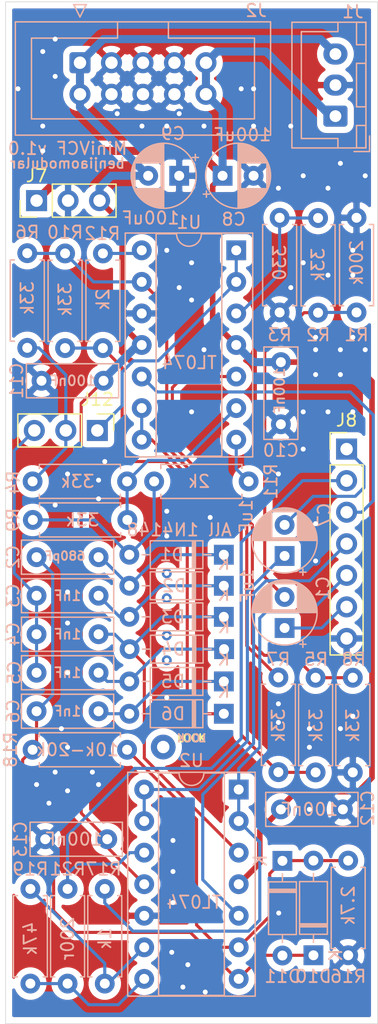
<source format=kicad_pcb>
(kicad_pcb (version 20171130) (host pcbnew 5.1.9+dfsg1-1~bpo10+1)
  (layers (0 F.Cu signal) (31 B.Cu signal) (34 B.Paste user) (35 F.Paste user) (36 B.SilkS user) (37 F.SilkS user) (38 B.Mask user) (39 F.Mask user) (44 Edge.Cuts user))
  (net 0 "")
  (net 1 B_AUDIO_IN)
  (net 2 "Net-(C1-Pad2)")
  (net 3 "Net-(C2-Pad1)")
  (net 4 RESO_FEEDBACK)
  (net 5 B_9)
  (net 6 "Net-(C3-Pad1)")
  (net 7 "Net-(C4-Pad1)")
  (net 8 "Net-(C5-Pad1)")
  (net 9 "Net-(C6-Pad1)")
  (net 10 B_AUDIO_OUT)
  (net 11 "Net-(C7-Pad1)")
  (net 12 GND2)
  (net 13 +12V)
  (net 14 -12V)
  (net 15 "Net-(D1-Pad2)")
  (net 16 "Net-(D6-Pad1)")
  (net 17 "Net-(D10-Pad2)")
  (net 18 B_CLIPPING_LEDS)
  (net 19 B_CV_IN)
  (net 20 B_6)
  (net 21 B_5)
  (net 22 B_7)
  (net 23 B_8)
  (net 24 "Net-(R2-Pad1)")
  (net 25 "Net-(R4-Pad1)")
  (net 26 "Net-(R5-Pad1)")
  (net 27 "Net-(R5-Pad2)")
  (net 28 "Net-(R10-Pad1)")
  (net 29 "Net-(R11-Pad1)")
  (net 30 "Net-(R12-Pad1)")
  (net 31 "Net-(R17-Pad2)")
  (net 32 "Net-(R19-Pad2)")
  (module Diode_THT:D_DO-35_SOD27_P7.62mm_Horizontal (layer B.Cu) (at 126.327 122.1415 270)
    (fp_text reference D11 (at 9.3 0 180) (layer B.SilkS) (effects (justify mirror)))
    (fp_text value 1N4148)
    (fp_text user K (at 0 1.8 90) (layer B.SilkS) (effects (justify mirror)))
    (pad 1 thru_hole rect (at 0 0 270) (size 1.6 1.6) (drill 0.8) (layers *.Cu *.Mask) (net 17 "Net-(D10-Pad2)"))
    (pad 2 thru_hole oval (at 7.62 0 270) (size 1.6 1.6) (drill 0.8) (layers *.Cu *.Mask) (net 4 RESO_FEEDBACK))
  )
  (module Diode_THT:D_DO-35_SOD27_P7.62mm_Horizontal (layer B.Cu) (at 128.827 129.7415 90)
    (fp_text reference D10 (at -1.7 0 180) (layer B.SilkS) (effects (justify mirror)))
    (fp_text value 1N4148)
    (fp_text user K (at 0 1.8 90) (layer B.SilkS) (effects (justify mirror)))
    (pad 1 thru_hole rect (at 0 0 90) (size 1.6 1.6) (drill 0.8) (layers *.Cu *.Mask) (net 4 RESO_FEEDBACK))
    (pad 2 thru_hole oval (at 7.62 0 90) (size 1.6 1.6) (drill 0.8) (layers *.Cu *.Mask) (net 17 "Net-(D10-Pad2)"))
  )
  (module benjiaomodular:Resistor_L6.3mm_D2.5mm_P7.62mm_Horizontal (layer B.Cu) (at 131.627 129.7415 90)
    (fp_text reference R16 (at -1.7 0 180) (layer B.SilkS) (effects (justify mirror)))
    (fp_text value 2.7k (at 4 0 90) (layer B.SilkS) (effects (justify mirror)))
    (pad 2 thru_hole oval (at 7.62 0 90) (size 1.6 1.6) (drill 0.8) (layers *.Cu *.Mask) (net 17 "Net-(D10-Pad2)"))
    (pad 1 thru_hole circle (at 0 0 90) (size 1.6 1.6) (drill 0.8) (layers *.Cu *.Mask) (net 12 GND2))
  )
  (module benjiaomodular:Wire_1mm (layer F.Cu) (at 116.713 113.03)
    (fp_text reference REF** hide)
    (fp_text value Wire_1mm)
    (pad 1 thru_hole circle (at 0 -0.05) (size 2 2) (drill 1) (layers *.Cu *.Mask))
  )
  (module Package_DIP:DIP-14_W7.62mm_Socket (layer B.Cu) (at 122.8 116.4 180)
    (fp_text reference U2 (at 3.81 2.33) (layer B.SilkS) (effects (justify mirror)))
    (fp_text value TL074 (at 3.6105 -9.076) (layer B.SilkS) (effects (justify mirror)))
    (pad 1 thru_hole rect (at 0 0 180) (size 1.6 1.6) (drill 0.8) (layers *.Cu *.Mask) (net 21 B_5))
    (pad 8 thru_hole oval (at 7.62 -15.24 180) (size 1.6 1.6) (drill 0.8) (layers *.Cu *.Mask) (net 32 "Net-(R19-Pad2)"))
    (pad 2 thru_hole oval (at 0 -2.54 180) (size 1.6 1.6) (drill 0.8) (layers *.Cu *.Mask) (net 21 B_5))
    (pad 9 thru_hole oval (at 7.62 -12.7 180) (size 1.6 1.6) (drill 0.8) (layers *.Cu *.Mask) (net 31 "Net-(R17-Pad2)"))
    (pad 3 thru_hole oval (at 0 -5.08 180) (size 1.6 1.6) (drill 0.8) (layers *.Cu *.Mask) (net 7 "Net-(C4-Pad1)"))
    (pad 10 thru_hole oval (at 7.62 -10.16 180) (size 1.6 1.6) (drill 0.8) (layers *.Cu *.Mask) (net 12 GND2))
    (pad 4 thru_hole oval (at 0 -7.62 180) (size 1.6 1.6) (drill 0.8) (layers *.Cu *.Mask) (net 13 +12V))
    (pad 11 thru_hole oval (at 7.62 -7.62 180) (size 1.6 1.6) (drill 0.8) (layers *.Cu *.Mask) (net 14 -12V))
    (pad 5 thru_hole oval (at 0 -10.16 180) (size 1.6 1.6) (drill 0.8) (layers *.Cu *.Mask) (net 20 B_6))
    (pad 12 thru_hole oval (at 7.62 -5.08 180) (size 1.6 1.6) (drill 0.8) (layers *.Cu *.Mask) (net 18 B_CLIPPING_LEDS))
    (pad 6 thru_hole oval (at 0 -12.7 180) (size 1.6 1.6) (drill 0.8) (layers *.Cu *.Mask) (net 17 "Net-(D10-Pad2)"))
    (pad 13 thru_hole oval (at 7.62 -2.54 180) (size 1.6 1.6) (drill 0.8) (layers *.Cu *.Mask) (net 11 "Net-(C7-Pad1)"))
    (pad 7 thru_hole oval (at 0 -15.24 180) (size 1.6 1.6) (drill 0.8) (layers *.Cu *.Mask) (net 4 RESO_FEEDBACK))
    (pad 14 thru_hole oval (at 7.62 0 180) (size 1.6 1.6) (drill 0.8) (layers *.Cu *.Mask) (net 11 "Net-(C7-Pad1)"))
  )
  (module benjiaomodular:Capacitor_Radial_D5.0mm_P2.5mm (layer B.Cu) (at 126.5 103.4 90)
    (fp_text reference C1 (at 3.2 3.1 90) (layer B.SilkS) (effects (justify mirror)))
    (fp_text value 1uF (at 3.4 -3 90) (layer B.SilkS) (effects (justify mirror)))
    (pad 1 thru_hole rect (at 0 0 90) (size 1.6 1.6) (drill 0.8) (layers *.Cu *.Mask) (net 1 B_AUDIO_IN))
    (pad 2 thru_hole circle (at 2.5 0 90) (size 1.6 1.6) (drill 0.8) (layers *.Cu *.Mask) (net 2 "Net-(C1-Pad2)"))
  )
  (module benjiaomodular:Capacitor_Radial_D5.0mm_P2.5mm (layer B.Cu) (at 126.5 97.6 90)
    (fp_text reference C7 (at 3.3 3.2 90) (layer B.SilkS) (effects (justify mirror)))
    (fp_text value 1uF (at 3.2 -3.1 90) (layer B.SilkS) (effects (justify mirror)))
    (pad 2 thru_hole circle (at 2.5 0 90) (size 1.6 1.6) (drill 0.8) (layers *.Cu *.Mask) (net 10 B_AUDIO_OUT))
    (pad 1 thru_hole rect (at 0 0 90) (size 1.6 1.6) (drill 0.8) (layers *.Cu *.Mask) (net 11 "Net-(C7-Pad1)"))
  )
  (module Capacitor_THT:C_Rect_L7.2mm_W2.5mm_P5.00mm_FKS2_FKP2_MKS2_MKP2 (layer B.Cu) (at 126.2 82 270)
    (fp_text reference C10 (at 7.1 0) (layer B.SilkS) (effects (justify mirror)))
    (fp_text value 100nF (at 2.3 0.1 90) (layer B.SilkS) (effects (font (size 0.8 0.8)) (justify mirror)))
    (pad 1 thru_hole circle (at 0 0 270) (size 1.6 1.6) (drill 0.8) (layers *.Cu *.Mask) (net 13 +12V))
    (pad 2 thru_hole circle (at 5 0 270) (size 1.6 1.6) (drill 0.8) (layers *.Cu *.Mask) (net 12 GND2))
  )
  (module Capacitor_THT:C_Rect_L7.2mm_W2.5mm_P5.00mm_FKS2_FKP2_MKS2_MKP2 (layer B.Cu) (at 106.9 83.5)
    (fp_text reference C11 (at -2 0 90) (layer B.SilkS) (effects (justify mirror)))
    (fp_text value 100nF (at 2.5 0) (layer B.SilkS) (effects (font (size 0.8 0.8)) (justify mirror)))
    (pad 2 thru_hole circle (at 5 0) (size 1.6 1.6) (drill 0.8) (layers *.Cu *.Mask) (net 14 -12V))
    (pad 1 thru_hole circle (at 0 0) (size 1.6 1.6) (drill 0.8) (layers *.Cu *.Mask) (net 12 GND2))
  )
  (module benjiaomodular:Resistor_L6.3mm_D2.5mm_P7.62mm_Horizontal (layer B.Cu) (at 132.3 78 90)
    (fp_text reference R1 (at -1.8 0) (layer B.SilkS) (effects (justify mirror)))
    (fp_text value 200k (at 4 0 270) (layer B.SilkS) (effects (justify mirror)))
    (pad 1 thru_hole circle (at 0 0 90) (size 1.6 1.6) (drill 0.8) (layers *.Cu *.Mask) (net 2 "Net-(C1-Pad2)"))
    (pad 2 thru_hole oval (at 7.62 0 90) (size 1.6 1.6) (drill 0.8) (layers *.Cu *.Mask) (net 12 GND2))
  )
  (module benjiaomodular:Resistor_L6.3mm_D2.5mm_P7.62mm_Horizontal (layer B.Cu) (at 129.2 70.4 270)
    (fp_text reference R2 (at 9.4 0) (layer B.SilkS) (effects (justify mirror)))
    (fp_text value 33k (at 3.768 0 270) (layer B.SilkS) (effects (justify mirror)))
    (pad 2 thru_hole oval (at 7.62 0 270) (size 1.6 1.6) (drill 0.8) (layers *.Cu *.Mask) (net 2 "Net-(C1-Pad2)"))
    (pad 1 thru_hole circle (at 0 0 270) (size 1.6 1.6) (drill 0.8) (layers *.Cu *.Mask) (net 24 "Net-(R2-Pad1)"))
  )
  (module benjiaomodular:Resistor_L6.3mm_D2.5mm_P7.62mm_Horizontal (layer B.Cu) (at 126.1 78 90)
    (fp_text reference R3 (at -1.8 0) (layer B.SilkS) (effects (justify mirror)))
    (fp_text value 330 (at 4 0 270) (layer B.SilkS) (effects (justify mirror)))
    (pad 2 thru_hole oval (at 7.62 0 90) (size 1.6 1.6) (drill 0.8) (layers *.Cu *.Mask) (net 24 "Net-(R2-Pad1)"))
    (pad 1 thru_hole circle (at 0 0 90) (size 1.6 1.6) (drill 0.8) (layers *.Cu *.Mask) (net 12 GND2))
  )
  (module benjiaomodular:Resistor_L6.3mm_D2.5mm_P7.62mm_Horizontal (layer B.Cu) (at 105.75 80.85 90)
    (fp_text reference R6 (at 9.3 0) (layer B.SilkS) (effects (justify mirror)))
    (fp_text value 33k (at 4 0 90) (layer B.SilkS) (effects (justify mirror)))
    (pad 2 thru_hole oval (at 7.62 0 90) (size 1.6 1.6) (drill 0.8) (layers *.Cu *.Mask) (net 28 "Net-(R10-Pad1)"))
    (pad 1 thru_hole circle (at 0 0 90) (size 1.6 1.6) (drill 0.8) (layers *.Cu *.Mask) (net 22 B_7))
  )
  (module benjiaomodular:Resistor_L6.3mm_D2.5mm_P7.62mm_Horizontal (layer B.Cu) (at 108.8 73.25 270)
    (fp_text reference R10 (at -1.7 0) (layer B.SilkS) (effects (justify mirror)))
    (fp_text value 33k (at 3.712 0 90) (layer B.SilkS) (effects (justify mirror)))
    (pad 2 thru_hole oval (at 7.62 0 270) (size 1.6 1.6) (drill 0.8) (layers *.Cu *.Mask) (net 16 "Net-(D6-Pad1)"))
    (pad 1 thru_hole circle (at 0 0 270) (size 1.6 1.6) (drill 0.8) (layers *.Cu *.Mask) (net 28 "Net-(R10-Pad1)"))
  )
  (module benjiaomodular:Resistor_L6.3mm_D2.5mm_P7.62mm_Horizontal (layer B.Cu) (at 111.85 73.25 270)
    (fp_text reference R12 (at -1.6 0.05 180) (layer B.SilkS) (effects (justify mirror)))
    (fp_text value 2k (at 3.712 0 90) (layer B.SilkS) (effects (justify mirror)))
    (pad 1 thru_hole circle (at 0 0 270) (size 1.6 1.6) (drill 0.8) (layers *.Cu *.Mask) (net 30 "Net-(R12-Pad1)"))
    (pad 2 thru_hole oval (at 7.62 0 270) (size 1.6 1.6) (drill 0.8) (layers *.Cu *.Mask) (net 16 "Net-(D6-Pad1)"))
  )
  (module Package_DIP:DIP-14_W7.62mm_Socket (layer B.Cu) (at 122.6 73 180)
    (fp_text reference U1 (at 3.81 2.25) (layer B.SilkS) (effects (justify mirror)))
    (fp_text value TL074 (at 3.7915 -9.042) (layer B.SilkS) (effects (justify mirror)))
    (pad 14 thru_hole oval (at 7.62 0 180) (size 1.6 1.6) (drill 0.8) (layers *.Cu *.Mask) (net 30 "Net-(R12-Pad1)"))
    (pad 7 thru_hole oval (at 0 -15.24 180) (size 1.6 1.6) (drill 0.8) (layers *.Cu *.Mask) (net 29 "Net-(R11-Pad1)"))
    (pad 13 thru_hole oval (at 7.62 -2.54 180) (size 1.6 1.6) (drill 0.8) (layers *.Cu *.Mask) (net 28 "Net-(R10-Pad1)"))
    (pad 6 thru_hole oval (at 0 -12.7 180) (size 1.6 1.6) (drill 0.8) (layers *.Cu *.Mask) (net 25 "Net-(R4-Pad1)"))
    (pad 12 thru_hole oval (at 7.62 -5.08 180) (size 1.6 1.6) (drill 0.8) (layers *.Cu *.Mask) (net 12 GND2))
    (pad 5 thru_hole oval (at 0 -10.16 180) (size 1.6 1.6) (drill 0.8) (layers *.Cu *.Mask) (net 26 "Net-(R5-Pad1)"))
    (pad 11 thru_hole oval (at 7.62 -7.62 180) (size 1.6 1.6) (drill 0.8) (layers *.Cu *.Mask) (net 14 -12V))
    (pad 4 thru_hole oval (at 0 -7.62 180) (size 1.6 1.6) (drill 0.8) (layers *.Cu *.Mask) (net 13 +12V))
    (pad 10 thru_hole oval (at 7.62 -10.16 180) (size 1.6 1.6) (drill 0.8) (layers *.Cu *.Mask) (net 19 B_CV_IN))
    (pad 3 thru_hole oval (at 0 -5.08 180) (size 1.6 1.6) (drill 0.8) (layers *.Cu *.Mask) (net 24 "Net-(R2-Pad1)"))
    (pad 9 thru_hole oval (at 7.62 -12.7 180) (size 1.6 1.6) (drill 0.8) (layers *.Cu *.Mask) (net 27 "Net-(R5-Pad2)"))
    (pad 2 thru_hole oval (at 0 -2.54 180) (size 1.6 1.6) (drill 0.8) (layers *.Cu *.Mask) (net 23 B_8))
    (pad 8 thru_hole oval (at 7.62 -15.24 180) (size 1.6 1.6) (drill 0.8) (layers *.Cu *.Mask) (net 27 "Net-(R5-Pad2)"))
    (pad 1 thru_hole rect (at 0 0 180) (size 1.6 1.6) (drill 0.8) (layers *.Cu *.Mask) (net 23 B_8))
  )
  (module Capacitor_THT:CP_Radial_D5.0mm_P2.50mm (layer B.Cu) (at 121.5 67)
    (fp_text reference C8 (at 0.9 3.5) (layer B.SilkS) (effects (justify mirror)))
    (fp_text value 100uF (at 1.6 -3.3) (layer B.SilkS) (effects (justify mirror)))
    (pad 2 thru_hole circle (at 2.5 0) (size 1.6 1.6) (drill 0.8) (layers *.Cu *.Mask) (net 12 GND2))
    (pad 1 thru_hole rect (at 0 0) (size 1.6 1.6) (drill 0.8) (layers *.Cu *.Mask) (net 13 +12V))
  )
  (module Capacitor_THT:CP_Radial_D5.0mm_P2.50mm (layer B.Cu) (at 118 67 180)
    (fp_text reference C9 (at 0.5 3.4) (layer B.SilkS) (effects (justify mirror)))
    (fp_text value 100uF (at 2.3 -3.4) (layer B.SilkS) (effects (justify mirror)))
    (pad 1 thru_hole rect (at 0 0 180) (size 1.6 1.6) (drill 0.8) (layers *.Cu *.Mask) (net 12 GND2))
    (pad 2 thru_hole circle (at 2.5 0 180) (size 1.6 1.6) (drill 0.8) (layers *.Cu *.Mask) (net 14 -12V))
  )
  (module Connector_JST:JST_XH_B3B-XH-A_1x03_P2.50mm_Vertical (layer B.Cu) (at 130.6 62.2 90)
    (fp_text reference J1 (at 8.4 1.4) (layer B.SilkS) (effects (justify mirror)))
    (fp_text value JST_BUS)
    (pad 1 thru_hole roundrect (at 0 0 90) (size 1.7 1.95) (drill 0.95) (layers *.Cu *.Mask) (roundrect_rratio 0.1470588235294118) (net 13 +12V))
    (pad 2 thru_hole oval (at 2.5 0 90) (size 1.7 1.95) (drill 0.95) (layers *.Cu *.Mask) (net 12 GND2))
    (pad 3 thru_hole oval (at 5 0 90) (size 1.7 1.95) (drill 0.95) (layers *.Cu *.Mask) (net 14 -12V))
  )
  (module Connector_IDC:IDC-Header_2x05_P2.54mm_Vertical (layer B.Cu) (at 110 57.9 270)
    (fp_text reference J2 (at -4.2 -14.2) (layer B.SilkS) (effects (justify mirror)))
    (fp_text value IDC_BUS)
    (pad 1 thru_hole roundrect (at 0 0 270) (size 1.7 1.7) (drill 1) (layers *.Cu *.Mask) (roundrect_rratio 0.1470588235294118) (net 14 -12V))
    (pad 3 thru_hole circle (at 0 -2.54 270) (size 1.7 1.7) (drill 1) (layers *.Cu *.Mask) (net 12 GND2))
    (pad 5 thru_hole circle (at 0 -5.08 270) (size 1.7 1.7) (drill 1) (layers *.Cu *.Mask) (net 12 GND2))
    (pad 7 thru_hole circle (at 0 -7.62 270) (size 1.7 1.7) (drill 1) (layers *.Cu *.Mask) (net 12 GND2))
    (pad 9 thru_hole circle (at 0 -10.16 270) (size 1.7 1.7) (drill 1) (layers *.Cu *.Mask) (net 13 +12V))
    (pad 2 thru_hole circle (at 2.54 0 270) (size 1.7 1.7) (drill 1) (layers *.Cu *.Mask) (net 14 -12V))
    (pad 4 thru_hole circle (at 2.54 -2.54 270) (size 1.7 1.7) (drill 1) (layers *.Cu *.Mask) (net 12 GND2))
    (pad 6 thru_hole circle (at 2.54 -5.08 270) (size 1.7 1.7) (drill 1) (layers *.Cu *.Mask) (net 12 GND2))
    (pad 8 thru_hole circle (at 2.54 -7.62 270) (size 1.7 1.7) (drill 1) (layers *.Cu *.Mask) (net 12 GND2))
    (pad 10 thru_hole circle (at 2.54 -10.16 270) (size 1.7 1.7) (drill 1) (layers *.Cu *.Mask) (net 13 +12V))
  )
  (module Connector_PinHeader_2.54mm:PinHeader_1x03_P2.54mm_Vertical (layer F.Cu) (at 106.5 69 90)
    (fp_text reference J7 (at 2 0 180) (layer F.SilkS))
    (fp_text value CONN_PWR2)
    (pad 3 thru_hole oval (at 0 5.08 90) (size 1.7 1.7) (drill 1) (layers *.Cu *.Mask) (net 14 -12V))
    (pad 2 thru_hole oval (at 0 2.54 90) (size 1.7 1.7) (drill 1) (layers *.Cu *.Mask) (net 12 GND2))
    (pad 1 thru_hole rect (at 0 0 90) (size 1.7 1.7) (drill 1) (layers *.Cu *.Mask) (net 13 +12V))
  )
  (module Connector_PinHeader_2.54mm:PinHeader_1x07_P2.54mm_Vertical (layer F.Cu) (at 131.5 89)
    (fp_text reference J8 (at 0 -2.33) (layer F.SilkS))
    (fp_text value MAIN_BOARD_CONN)
    (pad 1 thru_hole rect (at 0 0) (size 1.7 1.7) (drill 1) (layers *.Cu *.Mask) (net 10 B_AUDIO_OUT))
    (pad 2 thru_hole oval (at 0 2.54) (size 1.7 1.7) (drill 1) (layers *.Cu *.Mask) (net 18 B_CLIPPING_LEDS))
    (pad 3 thru_hole oval (at 0 5.08) (size 1.7 1.7) (drill 1) (layers *.Cu *.Mask) (net 19 B_CV_IN))
    (pad 4 thru_hole oval (at 0 7.62) (size 1.7 1.7) (drill 1) (layers *.Cu *.Mask) (net 20 B_6))
    (pad 5 thru_hole oval (at 0 10.16) (size 1.7 1.7) (drill 1) (layers *.Cu *.Mask) (net 21 B_5))
    (pad 6 thru_hole oval (at 0 12.7) (size 1.7 1.7) (drill 1) (layers *.Cu *.Mask) (net 1 B_AUDIO_IN))
    (pad 7 thru_hole oval (at 0 15.24) (size 1.7 1.7) (drill 1) (layers *.Cu *.Mask) (net 12 GND2))
  )
  (module Connector_PinHeader_2.54mm:PinHeader_1x03_P2.54mm_Vertical (layer F.Cu) (at 111.4 87.5 270)
    (fp_text reference J12 (at -2.5 0 180) (layer F.SilkS))
    (fp_text value MAIN_BOARD_CONN2)
    (pad 1 thru_hole rect (at 0 0 270) (size 1.7 1.7) (drill 1) (layers *.Cu *.Mask) (net 23 B_8))
    (pad 2 thru_hole oval (at 0 2.54 270) (size 1.7 1.7) (drill 1) (layers *.Cu *.Mask) (net 22 B_7))
    (pad 3 thru_hole oval (at 0 5.08 270) (size 1.7 1.7) (drill 1) (layers *.Cu *.Mask) (net 5 B_9))
  )
  (module benjiaomodular:Capacitor_Rect_L7.2mm_W2.5mm_P5.00mm (layer B.Cu) (at 111.5 97.7 180)
    (fp_text reference C2 (at 6.9 0 90) (layer B.SilkS) (effects (justify mirror)))
    (fp_text value 680pF (at 2.7 0.1 180) (layer B.SilkS) (effects (font (size 0.7 0.7)) (justify mirror)))
    (pad 1 thru_hole circle (at 0 0 180) (size 1.6 1.6) (drill 0.8) (layers *.Cu *.Mask) (net 3 "Net-(C2-Pad1)"))
    (pad 2 thru_hole circle (at 5 0 180) (size 1.6 1.6) (drill 0.8) (layers *.Cu *.Mask) (net 4 RESO_FEEDBACK))
  )
  (module benjiaomodular:Capacitor_Rect_L7.2mm_W2.5mm_P5.00mm (layer B.Cu) (at 111.5 100.8 180)
    (fp_text reference C3 (at 6.9 0 90) (layer B.SilkS) (effects (justify mirror)))
    (fp_text value 1nF (at 2.5 0) (layer B.SilkS) (effects (font (size 0.8 0.8)) (justify mirror)))
    (pad 2 thru_hole circle (at 5 0 180) (size 1.6 1.6) (drill 0.8) (layers *.Cu *.Mask) (net 5 B_9))
    (pad 1 thru_hole circle (at 0 0 180) (size 1.6 1.6) (drill 0.8) (layers *.Cu *.Mask) (net 6 "Net-(C3-Pad1)"))
  )
  (module benjiaomodular:Capacitor_Rect_L7.2mm_W2.5mm_P5.00mm (layer B.Cu) (at 111.5 103.9 180)
    (fp_text reference C4 (at 6.9 0 90) (layer B.SilkS) (effects (justify mirror)))
    (fp_text value 1nF (at 2.5 0) (layer B.SilkS) (effects (font (size 0.8 0.8)) (justify mirror)))
    (pad 2 thru_hole circle (at 5 0 180) (size 1.6 1.6) (drill 0.8) (layers *.Cu *.Mask) (net 5 B_9))
    (pad 1 thru_hole circle (at 0 0 180) (size 1.6 1.6) (drill 0.8) (layers *.Cu *.Mask) (net 7 "Net-(C4-Pad1)"))
  )
  (module benjiaomodular:Capacitor_Rect_L7.2mm_W2.5mm_P5.00mm (layer B.Cu) (at 111.5 107 180)
    (fp_text reference C5 (at 6.8 0 90) (layer B.SilkS) (effects (justify mirror)))
    (fp_text value 1nF (at 2.5 0) (layer B.SilkS) (effects (font (size 0.8 0.8)) (justify mirror)))
    (pad 1 thru_hole circle (at 0 0 180) (size 1.6 1.6) (drill 0.8) (layers *.Cu *.Mask) (net 8 "Net-(C5-Pad1)"))
    (pad 2 thru_hole circle (at 5 0 180) (size 1.6 1.6) (drill 0.8) (layers *.Cu *.Mask) (net 5 B_9))
  )
  (module benjiaomodular:Capacitor_Rect_L7.2mm_W2.5mm_P5.00mm (layer B.Cu) (at 111.5 110.1 180)
    (fp_text reference C6 (at 6.9 0 90) (layer B.SilkS) (effects (justify mirror)))
    (fp_text value 1nF (at 2.5 0) (layer B.SilkS) (effects (font (size 0.8 0.8)) (justify mirror)))
    (pad 2 thru_hole circle (at 5 0 180) (size 1.6 1.6) (drill 0.8) (layers *.Cu *.Mask) (net 4 RESO_FEEDBACK))
    (pad 1 thru_hole circle (at 0 0 180) (size 1.6 1.6) (drill 0.8) (layers *.Cu *.Mask) (net 9 "Net-(C6-Pad1)"))
  )
  (module Capacitor_THT:C_Rect_L7.2mm_W2.5mm_P5.00mm_FKS2_FKP2_MKS2_MKP2 (layer B.Cu) (at 126.2 118)
    (fp_text reference C12 (at 7 -0.1 90) (layer B.SilkS) (effects (justify mirror)))
    (fp_text value 100nF (at 2.3 0) (layer B.SilkS) (effects (justify mirror)))
    (pad 1 thru_hole circle (at 0 0) (size 1.6 1.6) (drill 0.8) (layers *.Cu *.Mask) (net 13 +12V))
    (pad 2 thru_hole circle (at 5 0) (size 1.6 1.6) (drill 0.8) (layers *.Cu *.Mask) (net 12 GND2))
  )
  (module Capacitor_THT:C_Rect_L7.2mm_W2.5mm_P5.00mm_FKS2_FKP2_MKS2_MKP2 (layer B.Cu) (at 107.2 120.4)
    (fp_text reference C13 (at -2 0 90) (layer B.SilkS) (effects (justify mirror)))
    (fp_text value 100nF (at 2.3 0) (layer B.SilkS) (effects (justify mirror)))
    (pad 2 thru_hole circle (at 5 0) (size 1.6 1.6) (drill 0.8) (layers *.Cu *.Mask) (net 14 -12V))
    (pad 1 thru_hole circle (at 0 0) (size 1.6 1.6) (drill 0.8) (layers *.Cu *.Mask) (net 12 GND2))
  )
  (module Diode_THT:D_DO-35_SOD27_P7.62mm_Horizontal (layer B.Cu) (at 121.6 97.5 180)
    (fp_text reference D1 (at 4.2 0 180) (layer B.SilkS) (effects (justify mirror)))
    (fp_text value 1N4148)
    (pad 2 thru_hole oval (at 7.62 0 180) (size 1.6 1.6) (drill 0.8) (layers *.Cu *.Mask) (net 15 "Net-(D1-Pad2)"))
    (pad 1 thru_hole rect (at 0 0 180) (size 1.6 1.6) (drill 0.8) (layers *.Cu *.Mask) (net 3 "Net-(C2-Pad1)"))
  )
  (module Diode_THT:D_DO-35_SOD27_P7.62mm_Horizontal (layer B.Cu) (at 121.6 100 180)
    (fp_text reference D2 (at 4 0 180) (layer B.SilkS) (effects (justify mirror)))
    (fp_text value 1N4148)
    (fp_text user K (at 0 1.8) (layer B.SilkS) (effects (justify mirror)))
    (pad 1 thru_hole rect (at 0 0 180) (size 1.6 1.6) (drill 0.8) (layers *.Cu *.Mask) (net 6 "Net-(C3-Pad1)"))
    (pad 2 thru_hole oval (at 7.62 0 180) (size 1.6 1.6) (drill 0.8) (layers *.Cu *.Mask) (net 3 "Net-(C2-Pad1)"))
  )
  (module Diode_THT:D_DO-35_SOD27_P7.62mm_Horizontal (layer B.Cu) (at 121.6 102.5 180)
    (fp_text reference D3 (at 4.1 0) (layer B.SilkS) (effects (justify mirror)))
    (fp_text value 1N4148)
    (fp_text user K (at 0 1.8) (layer B.SilkS) (effects (justify mirror)))
    (pad 2 thru_hole oval (at 7.62 0 180) (size 1.6 1.6) (drill 0.8) (layers *.Cu *.Mask) (net 6 "Net-(C3-Pad1)"))
    (pad 1 thru_hole rect (at 0 0 180) (size 1.6 1.6) (drill 0.8) (layers *.Cu *.Mask) (net 7 "Net-(C4-Pad1)"))
  )
  (module Diode_THT:D_DO-35_SOD27_P7.62mm_Horizontal (layer B.Cu) (at 121.62 105.1 180)
    (fp_text reference D4 (at 4.12 0) (layer B.SilkS) (effects (justify mirror)))
    (fp_text value 1N4148)
    (fp_text user K (at 0 1.8) (layer B.SilkS) (effects (justify mirror)))
    (pad 2 thru_hole oval (at 7.62 0 180) (size 1.6 1.6) (drill 0.8) (layers *.Cu *.Mask) (net 7 "Net-(C4-Pad1)"))
    (pad 1 thru_hole rect (at 0 0 180) (size 1.6 1.6) (drill 0.8) (layers *.Cu *.Mask) (net 8 "Net-(C5-Pad1)"))
  )
  (module Diode_THT:D_DO-35_SOD27_P7.62mm_Horizontal (layer B.Cu) (at 121.6 107.7 180)
    (fp_text reference D5 (at 4.1 0) (layer B.SilkS) (effects (justify mirror)))
    (fp_text value 1N4148)
    (fp_text user K (at 0 1.8) (layer B.SilkS) (effects (justify mirror)))
    (pad 1 thru_hole rect (at 0 0 180) (size 1.6 1.6) (drill 0.8) (layers *.Cu *.Mask) (net 9 "Net-(C6-Pad1)"))
    (pad 2 thru_hole oval (at 7.62 0 180) (size 1.6 1.6) (drill 0.8) (layers *.Cu *.Mask) (net 8 "Net-(C5-Pad1)"))
  )
  (module Diode_THT:D_DO-35_SOD27_P7.62mm_Horizontal (layer B.Cu) (at 121.6 110.3 180)
    (fp_text reference D6 (at 4.1 0) (layer B.SilkS) (effects (justify mirror)))
    (fp_text value 1N4148)
    (fp_text user K (at 0 1.8) (layer B.SilkS) (effects (justify mirror)))
    (pad 2 thru_hole oval (at 7.62 0 180) (size 1.6 1.6) (drill 0.8) (layers *.Cu *.Mask) (net 9 "Net-(C6-Pad1)"))
    (pad 1 thru_hole rect (at 0 0 180) (size 1.6 1.6) (drill 0.8) (layers *.Cu *.Mask) (net 16 "Net-(D6-Pad1)"))
  )
  (module benjiaomodular:Resistor_L6.3mm_D2.5mm_P7.62mm_Horizontal (layer B.Cu) (at 113.8 91.6 180)
    (fp_text reference R4 (at 9.2 -0.1 90) (layer B.SilkS) (effects (justify mirror)))
    (fp_text value 33k (at 4 0) (layer B.SilkS) (effects (justify mirror)))
    (pad 2 thru_hole oval (at 7.62 0 180) (size 1.6 1.6) (drill 0.8) (layers *.Cu *.Mask) (net 22 B_7))
    (pad 1 thru_hole circle (at 0 0 180) (size 1.6 1.6) (drill 0.8) (layers *.Cu *.Mask) (net 25 "Net-(R4-Pad1)"))
  )
  (module benjiaomodular:Resistor_L6.3mm_D2.5mm_P7.62mm_Horizontal (layer B.Cu) (at 129 107.4 270)
    (fp_text reference R5 (at -1.482 -0.032 180) (layer B.SilkS) (effects (justify mirror)))
    (fp_text value 33k (at 3.852 -0.032 90) (layer B.SilkS) (effects (justify mirror)))
    (pad 1 thru_hole circle (at 0 0 270) (size 1.6 1.6) (drill 0.8) (layers *.Cu *.Mask) (net 26 "Net-(R5-Pad1)"))
    (pad 2 thru_hole oval (at 7.62 0 270) (size 1.6 1.6) (drill 0.8) (layers *.Cu *.Mask) (net 27 "Net-(R5-Pad2)"))
  )
  (module benjiaomodular:Resistor_L6.3mm_D2.5mm_P7.62mm_Horizontal (layer B.Cu) (at 126 115 90)
    (fp_text reference R7 (at 9.082 -0.016 180) (layer B.SilkS) (effects (justify mirror)))
    (fp_text value 33k (at 3.748 0 90) (layer B.SilkS) (effects (justify mirror)))
    (pad 2 thru_hole oval (at 7.62 0 90) (size 1.6 1.6) (drill 0.8) (layers *.Cu *.Mask) (net 28 "Net-(R10-Pad1)"))
    (pad 1 thru_hole circle (at 0 0 90) (size 1.6 1.6) (drill 0.8) (layers *.Cu *.Mask) (net 27 "Net-(R5-Pad2)"))
  )
  (module benjiaomodular:Resistor_L6.3mm_D2.5mm_P7.62mm_Horizontal (layer B.Cu) (at 132 107.4 270)
    (fp_text reference R8 (at -1.482 -0.08 180) (layer B.SilkS) (effects (justify mirror)))
    (fp_text value 33k (at 3.852 0 90) (layer B.SilkS) (effects (justify mirror)))
    (pad 1 thru_hole circle (at 0 0 270) (size 1.6 1.6) (drill 0.8) (layers *.Cu *.Mask) (net 26 "Net-(R5-Pad1)"))
    (pad 2 thru_hole oval (at 7.62 0 270) (size 1.6 1.6) (drill 0.8) (layers *.Cu *.Mask) (net 12 GND2))
  )
  (module benjiaomodular:Resistor_L6.3mm_D2.5mm_P7.62mm_Horizontal (layer B.Cu) (at 106.2 94.7)
    (fp_text reference R9 (at -1.6 0 90) (layer B.SilkS) (effects (justify mirror)))
    (fp_text value 33k (at 4 0) (layer B.SilkS) (effects (justify mirror)))
    (pad 2 thru_hole oval (at 7.62 0) (size 1.6 1.6) (drill 0.8) (layers *.Cu *.Mask) (net 25 "Net-(R4-Pad1)"))
    (pad 1 thru_hole circle (at 0 0) (size 1.6 1.6) (drill 0.8) (layers *.Cu *.Mask) (net 15 "Net-(D1-Pad2)"))
  )
  (module benjiaomodular:Resistor_L6.3mm_D2.5mm_P7.62mm_Horizontal (layer B.Cu) (at 123.6 91.6 180)
    (fp_text reference R11 (at -1.8 0 90) (layer B.SilkS) (effects (justify mirror)))
    (fp_text value 2k (at 4 0) (layer B.SilkS) (effects (justify mirror)))
    (pad 1 thru_hole circle (at 0 0 180) (size 1.6 1.6) (drill 0.8) (layers *.Cu *.Mask) (net 29 "Net-(R11-Pad1)"))
    (pad 2 thru_hole oval (at 7.62 0 180) (size 1.6 1.6) (drill 0.8) (layers *.Cu *.Mask) (net 15 "Net-(D1-Pad2)"))
  )
  (module benjiaomodular:Resistor_L6.3mm_D2.5mm_P7.62mm_Horizontal (layer B.Cu) (at 112 124.4 270)
    (fp_text reference R17 (at -1.6 0.1 180) (layer B.SilkS) (effects (justify mirror)))
    (fp_text value 1k (at 4 0 90) (layer B.SilkS) (effects (justify mirror)))
    (pad 2 thru_hole oval (at 7.62 0 270) (size 1.6 1.6) (drill 0.8) (layers *.Cu *.Mask) (net 31 "Net-(R17-Pad2)"))
    (pad 1 thru_hole circle (at 0 0 270) (size 1.6 1.6) (drill 0.8) (layers *.Cu *.Mask) (net 21 B_5))
  )
  (module benjiaomodular:Resistor_L6.3mm_D2.5mm_P7.62mm_Horizontal (layer B.Cu) (at 113.8 113.2 180)
    (fp_text reference R18 (at 9.4 0 270) (layer B.SilkS) (effects (justify mirror)))
    (fp_text value 10k-20k (at 4 0) (layer B.SilkS) (effects (justify mirror)))
    (pad 1 thru_hole circle (at 0 0 180) (size 1.6 1.6) (drill 0.8) (layers *.Cu *.Mask) (net 17 "Net-(D10-Pad2)"))
    (pad 2 thru_hole oval (at 7.62 0 180) (size 1.6 1.6) (drill 0.8) (layers *.Cu *.Mask) (net 4 RESO_FEEDBACK))
  )
  (module benjiaomodular:Resistor_L6.3mm_D2.5mm_P7.62mm_Horizontal (layer B.Cu) (at 106 124.4 270)
    (fp_text reference R19 (at -1.6 0 180) (layer B.SilkS) (effects (justify mirror)))
    (fp_text value 47k (at 4 0 90) (layer B.SilkS) (effects (justify mirror)))
    (pad 1 thru_hole circle (at 0 0 270) (size 1.6 1.6) (drill 0.8) (layers *.Cu *.Mask) (net 31 "Net-(R17-Pad2)"))
    (pad 2 thru_hole oval (at 7.62 0 270) (size 1.6 1.6) (drill 0.8) (layers *.Cu *.Mask) (net 32 "Net-(R19-Pad2)"))
  )
  (module benjiaomodular:Resistor_L6.3mm_D2.5mm_P7.62mm_Horizontal (layer B.Cu) (at 109 124.4 270)
    (fp_text reference R21 (at -1.6 0 180) (layer B.SilkS) (effects (justify mirror)))
    (fp_text value 200r (at 4 0 90) (layer B.SilkS) (effects (justify mirror)))
    (pad 2 thru_hole oval (at 7.62 0 270) (size 1.6 1.6) (drill 0.8) (layers *.Cu *.Mask) (net 32 "Net-(R19-Pad2)"))
    (pad 1 thru_hole circle (at 0 0 270) (size 1.6 1.6) (drill 0.8) (layers *.Cu *.Mask) (net 18 B_CLIPPING_LEDS))
  )
  (gr_text LOCK (at 118.999 112.268) (layer B.SilkS) (effects (font (size 0.6 0.6)) (justify mirror)))
  (gr_text LOCK (at 118.999 112.268) (layer F.SilkS) (effects (font (size 0.6 0.6))))
  (gr_text "MiniVCF v1.0" (at 109 64.8) (layer B.SilkS) (effects (font (size 1 1)) (justify mirror)))
  (gr_text benjiaomodular (at 109 66) (layer B.SilkS) (effects (font (size 0.8 0.8)) (justify mirror)))
  (gr_text "All 1N4148" (at 118 95.5) (layer B.SilkS) (effects (font (size 1 1)) (justify mirror)))
  (gr_line (start 134 135.25) (end 134 53) (layer Edge.Cuts) (width 0.05))
  (gr_line (start 104 135.25) (end 134 135.25) (layer Edge.Cuts) (width 0.05))
  (gr_line (start 104 53) (end 104 135.25) (layer Edge.Cuts) (width 0.05))
  (gr_line (start 104 53) (end 134 53) (layer Edge.Cuts) (width 0.05))
  (via (at 117 99) (size 0.8) (drill 0.4) (layers F.Cu B.Cu) (net 0))
  (via (at 117 101) (size 0.8) (drill 0.4) (layers F.Cu B.Cu) (net 0))
  (via (at 117 104) (size 0.8) (drill 0.4) (layers F.Cu B.Cu) (net 0))
  (via (at 117 106) (size 0.8) (drill 0.4) (layers F.Cu B.Cu) (net 0))
  (segment (start 129.5 103.4) (end 126.5 103.4) (width 0.25) (layer B.Cu) (net 1))
  (segment (start 131.5 101.7) (end 131.2 101.7) (width 0.25) (layer B.Cu) (net 1))
  (segment (start 131.2 101.7) (end 129.5 103.4) (width 0.25) (layer B.Cu) (net 1))
  (segment (start 129.22 78) (end 129.2 78.02) (width 0.25) (layer B.Cu) (net 2))
  (segment (start 132.3 78) (end 129.22 78) (width 0.25) (layer B.Cu) (net 2))
  (segment (start 124.9 99.3) (end 126.5 100.9) (width 0.25) (layer F.Cu) (net 2))
  (segment (start 124.9 81.18863) (end 124.9 99.3) (width 0.25) (layer F.Cu) (net 2))
  (segment (start 129.2 78.02) (end 128.06863 78.02) (width 0.25) (layer F.Cu) (net 2))
  (segment (start 128.06863 78.02) (end 124.9 81.18863) (width 0.25) (layer F.Cu) (net 2))
  (segment (start 111.68 97.7) (end 111.5 97.7) (width 0.25) (layer B.Cu) (net 3))
  (segment (start 113.98 100) (end 111.68 97.7) (width 0.25) (layer B.Cu) (net 3))
  (segment (start 116.48 97.5) (end 113.98 100) (width 0.25) (layer B.Cu) (net 3))
  (segment (start 121.6 97.5) (end 116.48 97.5) (width 0.25) (layer B.Cu) (net 3))
  (segment (start 107.8 108.8) (end 106.5 110.1) (width 0.25) (layer B.Cu) (net 4))
  (segment (start 106.5 97.7) (end 107.8 99) (width 0.25) (layer B.Cu) (net 4))
  (segment (start 107.8 99) (end 107.8 108.8) (width 0.25) (layer B.Cu) (net 4))
  (segment (start 106.5 112.88) (end 106.18 113.2) (width 0.25) (layer F.Cu) (net 4))
  (segment (start 106.5 110.1) (end 106.5 112.88) (width 0.25) (layer F.Cu) (net 4))
  (segment (start 105.380001 113.999999) (end 106.18 113.2) (width 0.25) (layer F.Cu) (net 4))
  (segment (start 105.380001 120.780001) (end 105.380001 113.999999) (width 0.25) (layer F.Cu) (net 4))
  (segment (start 122.64 131.64) (end 118.9 127.9) (width 0.25) (layer F.Cu) (net 4))
  (segment (start 107.874999 123.274999) (end 105.380001 120.780001) (width 0.25) (layer F.Cu) (net 4))
  (segment (start 122.8 131.64) (end 122.64 131.64) (width 0.25) (layer F.Cu) (net 4))
  (segment (start 118.9 127.9) (end 109.6 127.9) (width 0.25) (layer F.Cu) (net 4))
  (segment (start 109.6 127.9) (end 107.874999 126.174999) (width 0.25) (layer F.Cu) (net 4))
  (segment (start 107.874999 126.174999) (end 107.874999 123.274999) (width 0.25) (layer F.Cu) (net 4))
  (segment (start 124.6985 129.7415) (end 122.8 131.64) (width 0.25) (layer F.Cu) (net 4))
  (segment (start 128.827 129.7415) (end 124.6985 129.7415) (width 0.25) (layer F.Cu) (net 4))
  (segment (start 106.5 100.8) (end 106.5 107) (width 0.25) (layer B.Cu) (net 5))
  (segment (start 104.7 99) (end 106.5 100.8) (width 0.25) (layer B.Cu) (net 5))
  (segment (start 106.32 87.5) (end 104.7 89.12) (width 0.25) (layer B.Cu) (net 5))
  (segment (start 104.7 89.12) (end 104.7 99) (width 0.25) (layer B.Cu) (net 5))
  (segment (start 113.2 102.5) (end 113.98 102.5) (width 0.25) (layer B.Cu) (net 6))
  (segment (start 111.5 100.8) (end 113.2 102.5) (width 0.25) (layer B.Cu) (net 6))
  (segment (start 116.48 100) (end 113.98 102.5) (width 0.25) (layer B.Cu) (net 6))
  (segment (start 121.6 100) (end 116.48 100) (width 0.25) (layer B.Cu) (net 6))
  (segment (start 112.8 103.9) (end 114 105.1) (width 0.25) (layer B.Cu) (net 7))
  (segment (start 111.5 103.9) (end 112.8 103.9) (width 0.25) (layer B.Cu) (net 7))
  (segment (start 116.6 102.5) (end 114 105.1) (width 0.25) (layer B.Cu) (net 7))
  (segment (start 121.6 102.5) (end 116.6 102.5) (width 0.25) (layer B.Cu) (net 7))
  (segment (start 115.189 106.289) (end 114 105.1) (width 0.25) (layer F.Cu) (net 7))
  (segment (start 122.8 121.48) (end 115.189 113.869) (width 0.25) (layer F.Cu) (net 7))
  (segment (start 115.189 113.869) (end 115.189 106.289) (width 0.25) (layer F.Cu) (net 7))
  (segment (start 112.2 107.7) (end 111.5 107) (width 0.25) (layer B.Cu) (net 8))
  (segment (start 113.98 107.7) (end 112.2 107.7) (width 0.25) (layer B.Cu) (net 8))
  (segment (start 116.58 105.1) (end 113.98 107.7) (width 0.25) (layer B.Cu) (net 8))
  (segment (start 121.62 105.1) (end 116.58 105.1) (width 0.25) (layer B.Cu) (net 8))
  (segment (start 111.7 110.3) (end 111.5 110.1) (width 0.25) (layer B.Cu) (net 9))
  (segment (start 113.98 110.3) (end 111.7 110.3) (width 0.25) (layer B.Cu) (net 9))
  (segment (start 116.6 107.7) (end 121.6 107.7) (width 0.25) (layer B.Cu) (net 9))
  (segment (start 113.98 110.3) (end 114 110.3) (width 0.25) (layer B.Cu) (net 9))
  (segment (start 114 110.3) (end 116.6 107.7) (width 0.25) (layer B.Cu) (net 9))
  (segment (start 132.9 92.1) (end 132.2 92.8) (width 0.25) (layer B.Cu) (net 10))
  (segment (start 128.8 92.8) (end 126.5 95.1) (width 0.25) (layer B.Cu) (net 10))
  (segment (start 132.2 92.8) (end 128.8 92.8) (width 0.25) (layer B.Cu) (net 10))
  (segment (start 131.5 89) (end 132.9 90.4) (width 0.25) (layer B.Cu) (net 10))
  (segment (start 132.9 90.4) (end 132.9 92.1) (width 0.25) (layer B.Cu) (net 10))
  (segment (start 115.18 116.4) (end 115.18 118.94) (width 0.25) (layer B.Cu) (net 11))
  (segment (start 123.5 100.463589) (end 123.5 112.5) (width 0.25) (layer B.Cu) (net 11))
  (segment (start 126.363589 97.6) (end 123.5 100.463589) (width 0.25) (layer B.Cu) (net 11))
  (segment (start 123.5 112.5) (end 119.6 116.4) (width 0.25) (layer B.Cu) (net 11))
  (segment (start 126.45 97.6) (end 126.363589 97.6) (width 0.25) (layer B.Cu) (net 11))
  (segment (start 119.6 116.4) (end 115.18 116.4) (width 0.25) (layer B.Cu) (net 11))
  (via (at 132 73) (size 0.8) (drill 0.4) (layers F.Cu B.Cu) (net 12))
  (via (at 130 75) (size 0.8) (drill 0.4) (layers F.Cu B.Cu) (net 12))
  (via (at 128 74) (size 0.8) (drill 0.4) (layers F.Cu B.Cu) (net 12))
  (via (at 127 76) (size 0.8) (drill 0.4) (layers F.Cu B.Cu) (net 12))
  (via (at 129 80) (size 0.8) (drill 0.4) (layers F.Cu B.Cu) (net 12))
  (via (at 131 81) (size 0.8) (drill 0.4) (layers F.Cu B.Cu) (net 12))
  (via (at 128 89) (size 0.8) (drill 0.4) (layers F.Cu B.Cu) (net 12))
  (via (at 126 91) (size 0.8) (drill 0.4) (layers F.Cu B.Cu) (net 12))
  (via (at 120 81) (size 0.8) (drill 0.4) (layers F.Cu B.Cu) (net 12))
  (via (at 119 86) (size 0.8) (drill 0.4) (layers F.Cu B.Cu) (net 12))
  (via (at 118 76) (size 0.8) (drill 0.4) (layers F.Cu B.Cu) (net 12))
  (via (at 119 77) (size 0.8) (drill 0.4) (layers F.Cu B.Cu) (net 12))
  (via (at 119 74) (size 0.8) (drill 0.4) (layers F.Cu B.Cu) (net 12))
  (via (at 117 73) (size 0.8) (drill 0.4) (layers F.Cu B.Cu) (net 12))
  (via (at 129 81) (size 0.8) (drill 0.4) (layers F.Cu B.Cu) (net 12))
  (via (at 132 80) (size 0.8) (drill 0.4) (layers F.Cu B.Cu) (net 12))
  (via (at 133 81) (size 0.8) (drill 0.4) (layers F.Cu B.Cu) (net 12))
  (via (at 129 95) (size 0.8) (drill 0.4) (layers F.Cu B.Cu) (net 12))
  (via (at 129 98) (size 0.8) (drill 0.4) (layers F.Cu B.Cu) (net 12))
  (via (at 131 83) (size 0.8) (drill 0.4) (layers F.Cu B.Cu) (net 12))
  (via (at 129 83) (size 0.8) (drill 0.4) (layers F.Cu B.Cu) (net 12))
  (via (at 132 86) (size 0.8) (drill 0.4) (layers F.Cu B.Cu) (net 12))
  (via (at 130 86) (size 0.8) (drill 0.4) (layers F.Cu B.Cu) (net 12))
  (via (at 128 86) (size 0.8) (drill 0.4) (layers F.Cu B.Cu) (net 12))
  (via (at 132 75) (size 0.8) (drill 0.4) (layers F.Cu B.Cu) (net 12))
  (via (at 133 67) (size 0.8) (drill 0.4) (layers F.Cu B.Cu) (net 12))
  (via (at 131 66) (size 0.8) (drill 0.4) (layers F.Cu B.Cu) (net 12))
  (via (at 130 68) (size 0.8) (drill 0.4) (layers F.Cu B.Cu) (net 12))
  (via (at 128 67) (size 0.8) (drill 0.4) (layers F.Cu B.Cu) (net 12))
  (via (at 126 68) (size 0.8) (drill 0.4) (layers F.Cu B.Cu) (net 12))
  (via (at 108 56) (size 0.8) (drill 0.4) (layers F.Cu B.Cu) (net 12))
  (via (at 107 57) (size 0.8) (drill 0.4) (layers F.Cu B.Cu) (net 12))
  (via (at 105 60) (size 0.8) (drill 0.4) (layers F.Cu B.Cu) (net 12))
  (via (at 108 59) (size 0.8) (drill 0.4) (layers F.Cu B.Cu) (net 12))
  (via (at 107 63) (size 0.8) (drill 0.4) (layers F.Cu B.Cu) (net 12))
  (via (at 113 62) (size 0.8) (drill 0.4) (layers F.Cu B.Cu) (net 12))
  (via (at 115 63) (size 0.8) (drill 0.4) (layers F.Cu B.Cu) (net 12))
  (via (at 117 63) (size 0.8) (drill 0.4) (layers F.Cu B.Cu) (net 12))
  (via (at 118 62) (size 0.8) (drill 0.4) (layers F.Cu B.Cu) (net 12))
  (via (at 120 63) (size 0.8) (drill 0.4) (layers F.Cu B.Cu) (net 12))
  (via (at 107 65) (size 0.8) (drill 0.4) (layers F.Cu B.Cu) (net 12))
  (via (at 123 60) (size 0.8) (drill 0.4) (layers F.Cu B.Cu) (net 12))
  (via (at 124 60) (size 0.8) (drill 0.4) (layers F.Cu B.Cu) (net 12))
  (via (at 127 63) (size 0.8) (drill 0.4) (layers F.Cu B.Cu) (net 12))
  (via (at 124 63) (size 0.8) (drill 0.4) (layers F.Cu B.Cu) (net 12))
  (via (at 117 94) (size 0.8) (drill 0.4) (layers F.Cu B.Cu) (net 12))
  (via (at 117 96) (size 0.8) (drill 0.4) (layers F.Cu B.Cu) (net 12))
  (via (at 117 109) (size 0.8) (drill 0.4) (layers F.Cu B.Cu) (net 12))
  (via (at 111 115) (size 0.8) (drill 0.4) (layers F.Cu B.Cu) (net 12))
  (via (at 111.5 116) (size 0.8) (drill 0.4) (layers F.Cu B.Cu) (net 12))
  (via (at 108 115) (size 0.8) (drill 0.4) (layers F.Cu B.Cu) (net 12))
  (via (at 109 116.5) (size 0.8) (drill 0.4) (layers F.Cu B.Cu) (net 12))
  (via (at 107.5 117.5) (size 0.8) (drill 0.4) (layers F.Cu B.Cu) (net 12))
  (via (at 106.5 116) (size 0.8) (drill 0.4) (layers F.Cu B.Cu) (net 12))
  (via (at 108.5 111.5) (size 0.8) (drill 0.4) (layers F.Cu B.Cu) (net 12))
  (via (at 109 113) (size 0.8) (drill 0.4) (layers F.Cu B.Cu) (net 12))
  (via (at 109 107) (size 0.8) (drill 0.4) (layers F.Cu B.Cu) (net 12))
  (via (at 109 100.5) (size 0.8) (drill 0.4) (layers F.Cu B.Cu) (net 12))
  (via (at 109 103) (size 0.8) (drill 0.4) (layers F.Cu B.Cu) (net 12))
  (via (at 108 93.5) (size 0.8) (drill 0.4) (layers F.Cu B.Cu) (net 12))
  (via (at 109 91) (size 0.8) (drill 0.4) (layers F.Cu B.Cu) (net 12))
  (via (at 111.5 93) (size 0.8) (drill 0.4) (layers F.Cu B.Cu) (net 12))
  (via (at 112 90) (size 0.8) (drill 0.4) (layers F.Cu B.Cu) (net 12))
  (via (at 111.5 91.5) (size 0.8) (drill 0.4) (layers F.Cu B.Cu) (net 12))
  (via (at 120.5 94.5) (size 0.8) (drill 0.4) (layers F.Cu B.Cu) (net 12))
  (via (at 117.5 120.5) (size 0.8) (drill 0.4) (layers F.Cu B.Cu) (net 12))
  (via (at 117.5 123) (size 0.8) (drill 0.4) (layers F.Cu B.Cu) (net 12))
  (via (at 117.5 125.5) (size 0.8) (drill 0.4) (layers F.Cu B.Cu) (net 12))
  (via (at 128.5 118) (size 0.8) (drill 0.4) (layers F.Cu B.Cu) (net 12))
  (via (at 126 109.5) (size 0.8) (drill 0.4) (layers F.Cu B.Cu) (net 12))
  (via (at 126 111) (size 0.8) (drill 0.4) (layers F.Cu B.Cu) (net 12))
  (via (at 128.5 111.5) (size 0.8) (drill 0.4) (layers F.Cu B.Cu) (net 12))
  (via (at 128.5 113) (size 0.8) (drill 0.4) (layers F.Cu B.Cu) (net 12))
  (via (at 131 111.5) (size 0.8) (drill 0.4) (layers F.Cu B.Cu) (net 12))
  (via (at 132 110.5) (size 0.8) (drill 0.4) (layers F.Cu B.Cu) (net 12))
  (via (at 117.4 129.5) (size 0.8) (drill 0.4) (layers F.Cu B.Cu) (net 12))
  (via (at 118.7 130.5) (size 0.8) (drill 0.4) (layers F.Cu B.Cu) (net 12))
  (via (at 118.3 132.3) (size 0.8) (drill 0.4) (layers F.Cu B.Cu) (net 12))
  (via (at 120.1 132.7) (size 0.8) (drill 0.4) (layers F.Cu B.Cu) (net 12))
  (via (at 126.027 126.3415) (size 0.8) (drill 0.4) (layers F.Cu B.Cu) (net 12))
  (segment (start 120.16 57.9) (end 120.16 60.44) (width 0.65) (layer B.Cu) (net 13))
  (segment (start 121.5 61.78) (end 121.5 67) (width 0.65) (layer B.Cu) (net 13))
  (segment (start 120.16 60.44) (end 121.5 61.78) (width 0.65) (layer B.Cu) (net 13))
  (segment (start 121.06 57) (end 120.16 57.9) (width 0.65) (layer B.Cu) (net 13))
  (segment (start 125 57) (end 121.06 57) (width 0.65) (layer B.Cu) (net 13))
  (segment (start 130.6 62.2) (end 130.2 62.2) (width 0.65) (layer B.Cu) (net 13))
  (segment (start 130.2 62.2) (end 125 57) (width 0.65) (layer B.Cu) (net 13))
  (segment (start 110.5 65) (end 106.5 69) (width 0.65) (layer F.Cu) (net 13))
  (segment (start 121.5 67) (end 119.5 65) (width 0.65) (layer F.Cu) (net 13))
  (segment (start 119.5 65) (end 110.5 65) (width 0.65) (layer F.Cu) (net 13))
  (segment (start 123.98 82) (end 122.6 80.62) (width 0.65) (layer B.Cu) (net 13))
  (segment (start 126.1 82) (end 123.98 82) (width 0.65) (layer B.Cu) (net 13))
  (segment (start 120.7 78.72) (end 122.6 80.62) (width 0.45) (layer F.Cu) (net 13))
  (segment (start 121.5 67) (end 120.7 67.8) (width 0.45) (layer F.Cu) (net 13))
  (segment (start 120.7 67.8) (end 120.7 78.72) (width 0.45) (layer F.Cu) (net 13))
  (segment (start 127.425001 116.574999) (end 126.2 117.8) (width 0.45) (layer F.Cu) (net 13))
  (segment (start 132.425001 116.574999) (end 127.425001 116.574999) (width 0.45) (layer F.Cu) (net 13))
  (segment (start 133.54999 115.45001) (end 132.425001 116.574999) (width 0.45) (layer F.Cu) (net 13))
  (segment (start 133.54999 83.54999) (end 133.54999 115.45001) (width 0.45) (layer F.Cu) (net 13))
  (segment (start 126.2 82) (end 132 82) (width 0.45) (layer F.Cu) (net 13))
  (segment (start 132 82) (end 133.54999 83.54999) (width 0.45) (layer F.Cu) (net 13))
  (segment (start 126.2 118) (end 124.5 119.7) (width 0.45) (layer F.Cu) (net 13))
  (segment (start 124.5 122.32) (end 122.8 124.02) (width 0.45) (layer F.Cu) (net 13))
  (segment (start 124.5 119.7) (end 124.5 122.32) (width 0.45) (layer F.Cu) (net 13))
  (segment (start 110 57.9) (end 110 60.44) (width 0.65) (layer B.Cu) (net 14))
  (segment (start 111.9 56) (end 110 57.9) (width 0.65) (layer B.Cu) (net 14))
  (segment (start 130.6 57.2) (end 129.4 56) (width 0.65) (layer B.Cu) (net 14))
  (segment (start 129.4 56) (end 111.9 56) (width 0.65) (layer B.Cu) (net 14))
  (segment (start 110 61.5) (end 115.5 67) (width 0.65) (layer B.Cu) (net 14))
  (segment (start 110 60.44) (end 110 61.5) (width 0.65) (layer B.Cu) (net 14))
  (segment (start 111.58 67.96) (end 111.58 69) (width 0.65) (layer B.Cu) (net 14))
  (segment (start 115.5 67) (end 112.54 67) (width 0.65) (layer B.Cu) (net 14))
  (segment (start 112.54 67) (end 111.58 67.96) (width 0.65) (layer B.Cu) (net 14))
  (segment (start 113.4 79.04) (end 114.98 80.62) (width 0.45) (layer F.Cu) (net 14))
  (segment (start 111.58 69) (end 113.4 70.82) (width 0.45) (layer F.Cu) (net 14))
  (segment (start 113.4 70.82) (end 113.4 79.04) (width 0.45) (layer F.Cu) (net 14))
  (segment (start 112.2 121.04) (end 112.2 120.4) (width 0.25) (layer F.Cu) (net 14))
  (segment (start 115.18 124.02) (end 112.2 121.04) (width 0.25) (layer F.Cu) (net 14))
  (segment (start 111.9 83.380748) (end 111.9 83.5) (width 0.65) (layer B.Cu) (net 14))
  (segment (start 114.98 80.62) (end 114.660748 80.62) (width 0.65) (layer B.Cu) (net 14))
  (segment (start 114.660748 80.62) (end 111.9 83.380748) (width 0.65) (layer B.Cu) (net 14))
  (segment (start 110.1 118.3) (end 112.2 120.4) (width 0.25) (layer F.Cu) (net 14))
  (segment (start 111.9 83.5) (end 110.1 85.3) (width 0.25) (layer F.Cu) (net 14))
  (segment (start 110.1 85.3) (end 110.1 118.3) (width 0.25) (layer F.Cu) (net 14))
  (segment (start 115.98 95.5) (end 113.98 97.5) (width 0.25) (layer B.Cu) (net 15))
  (segment (start 115.98 91.6) (end 115.98 95.5) (width 0.25) (layer B.Cu) (net 15))
  (segment (start 111.18 94.7) (end 106.2 94.7) (width 0.25) (layer B.Cu) (net 15))
  (segment (start 113.98 97.5) (end 111.18 94.7) (width 0.25) (layer B.Cu) (net 15))
  (segment (start 108.8 80.87) (end 111.85 80.87) (width 0.25) (layer B.Cu) (net 16))
  (segment (start 118.65001 110.3) (end 118.65001 91.75001) (width 0.25) (layer F.Cu) (net 16))
  (segment (start 118.65001 91.75001) (end 116.9 90) (width 0.25) (layer F.Cu) (net 16))
  (segment (start 113.4 82.42) (end 111.85 80.87) (width 0.25) (layer F.Cu) (net 16))
  (segment (start 116.9 90) (end 114.3 90) (width 0.25) (layer F.Cu) (net 16))
  (segment (start 114.3 90) (end 113.4 89.1) (width 0.25) (layer F.Cu) (net 16))
  (segment (start 121.6 110.3) (end 118.65001 110.3) (width 0.25) (layer F.Cu) (net 16))
  (segment (start 113.4 89.1) (end 113.4 82.42) (width 0.25) (layer F.Cu) (net 16))
  (segment (start 119.4 127.3) (end 119.4 118.8) (width 0.25) (layer F.Cu) (net 17))
  (segment (start 122.8 129.1) (end 121.2 129.1) (width 0.25) (layer F.Cu) (net 17))
  (segment (start 119.4 118.8) (end 113.8 113.2) (width 0.25) (layer F.Cu) (net 17))
  (segment (start 121.2 129.1) (end 119.4 127.3) (width 0.25) (layer F.Cu) (net 17))
  (segment (start 131.627 122.1215) (end 126.1785 122.1215) (width 0.25) (layer F.Cu) (net 17))
  (segment (start 125.301999 126.598001) (end 122.8 129.1) (width 0.25) (layer F.Cu) (net 17))
  (segment (start 125.301999 123.166501) (end 125.301999 126.598001) (width 0.25) (layer F.Cu) (net 17))
  (segment (start 126.327 122.1415) (end 125.301999 123.166501) (width 0.25) (layer F.Cu) (net 17))
  (segment (start 109 123.2) (end 109 124.4) (width 0.25) (layer B.Cu) (net 18))
  (segment (start 109.8 122.4) (end 109 123.2) (width 0.25) (layer B.Cu) (net 18))
  (segment (start 113.1 122.4) (end 109.8 122.4) (width 0.25) (layer B.Cu) (net 18))
  (segment (start 115.18 121.48) (end 114.02 121.48) (width 0.25) (layer B.Cu) (net 18))
  (segment (start 114.02 121.48) (end 113.1 122.4) (width 0.25) (layer B.Cu) (net 18))
  (segment (start 109 120.1) (end 109 124.4) (width 0.25) (layer B.Cu) (net 18))
  (segment (start 131.5 91.54) (end 127.96 91.54) (width 0.25) (layer B.Cu) (net 18))
  (segment (start 120.6 114.7) (end 114.4 114.7) (width 0.25) (layer B.Cu) (net 18))
  (segment (start 127.96 91.54) (end 123 96.5) (width 0.25) (layer B.Cu) (net 18))
  (segment (start 123 96.5) (end 123 112.3) (width 0.25) (layer B.Cu) (net 18))
  (segment (start 123 112.3) (end 120.6 114.7) (width 0.25) (layer B.Cu) (net 18))
  (segment (start 114.4 114.7) (end 109 120.1) (width 0.25) (layer B.Cu) (net 18))
  (segment (start 131.8 84.4) (end 116.22 84.4) (width 0.25) (layer B.Cu) (net 19))
  (segment (start 116.22 84.4) (end 114.98 83.16) (width 0.25) (layer B.Cu) (net 19))
  (segment (start 133.64999 86.24999) (end 131.8 84.4) (width 0.25) (layer B.Cu) (net 19))
  (segment (start 133.64999 93.15001) (end 133.64999 86.24999) (width 0.25) (layer B.Cu) (net 19))
  (segment (start 131.5 94.08) (end 132.72 94.08) (width 0.25) (layer B.Cu) (net 19))
  (segment (start 132.72 94.08) (end 133.64999 93.15001) (width 0.25) (layer B.Cu) (net 19))
  (segment (start 124 112.7) (end 119.9 116.8) (width 0.25) (layer B.Cu) (net 20))
  (segment (start 125 99.6) (end 124 100.6) (width 0.25) (layer B.Cu) (net 20))
  (segment (start 119.9 116.8) (end 119.9 123.66) (width 0.25) (layer B.Cu) (net 20))
  (segment (start 128.52 99.6) (end 125 99.6) (width 0.25) (layer B.Cu) (net 20))
  (segment (start 119.9 123.66) (end 122.8 126.56) (width 0.25) (layer B.Cu) (net 20))
  (segment (start 124 100.6) (end 124 112.7) (width 0.25) (layer B.Cu) (net 20))
  (segment (start 131.5 96.62) (end 128.52 99.6) (width 0.25) (layer B.Cu) (net 20))
  (segment (start 122.8 116.4) (end 122.8 118.94) (width 0.25) (layer B.Cu) (net 21))
  (segment (start 112 125.53137) (end 112 124.4) (width 0.25) (layer B.Cu) (net 21))
  (segment (start 114.26863 127.8) (end 112 125.53137) (width 0.25) (layer B.Cu) (net 21))
  (segment (start 123.6 127.8) (end 114.26863 127.8) (width 0.25) (layer B.Cu) (net 21))
  (segment (start 122.8 118.94) (end 124.5 120.64) (width 0.25) (layer B.Cu) (net 21))
  (segment (start 124.5 126.9) (end 123.6 127.8) (width 0.25) (layer B.Cu) (net 21))
  (segment (start 124.5 120.64) (end 124.5 126.9) (width 0.25) (layer B.Cu) (net 21))
  (segment (start 124.5 113) (end 122.8 114.7) (width 0.25) (layer B.Cu) (net 21))
  (segment (start 124.5 102.6) (end 124.5 113) (width 0.25) (layer B.Cu) (net 21))
  (segment (start 125 102.1) (end 124.5 102.6) (width 0.25) (layer B.Cu) (net 21))
  (segment (start 131.5 99.16) (end 128.56 102.1) (width 0.25) (layer B.Cu) (net 21))
  (segment (start 122.8 114.7) (end 122.8 116.4) (width 0.25) (layer B.Cu) (net 21))
  (segment (start 128.56 102.1) (end 125 102.1) (width 0.25) (layer B.Cu) (net 21))
  (segment (start 108.86 88.92) (end 106.18 91.6) (width 0.25) (layer B.Cu) (net 22))
  (segment (start 108.86 87.5) (end 108.86 88.92) (width 0.25) (layer B.Cu) (net 22))
  (segment (start 108.86 83.02863) (end 108.86 87.5) (width 0.25) (layer B.Cu) (net 22))
  (segment (start 105.55 80.85) (end 106.68137 80.85) (width 0.25) (layer B.Cu) (net 22))
  (segment (start 106.68137 80.85) (end 108.86 83.02863) (width 0.25) (layer B.Cu) (net 22))
  (segment (start 122.6 73) (end 122.6 75.54) (width 0.25) (layer B.Cu) (net 23))
  (segment (start 113.4 82.8) (end 113.4 85.5) (width 0.25) (layer B.Cu) (net 23))
  (segment (start 114.3 81.9) (end 113.4 82.8) (width 0.25) (layer B.Cu) (net 23))
  (segment (start 113.4 85.5) (end 111.4 87.5) (width 0.25) (layer B.Cu) (net 23))
  (segment (start 116.3 81.9) (end 114.3 81.9) (width 0.25) (layer B.Cu) (net 23))
  (segment (start 122.6 75.54) (end 122.6 75.6) (width 0.25) (layer B.Cu) (net 23))
  (segment (start 122.6 75.6) (end 116.3 81.9) (width 0.25) (layer B.Cu) (net 23))
  (segment (start 126.1 74.88) (end 122.9 78.08) (width 0.25) (layer B.Cu) (net 24))
  (segment (start 126.1 70.38) (end 126.1 74.88) (width 0.25) (layer B.Cu) (net 24))
  (segment (start 126.12 70.4) (end 126.1 70.38) (width 0.25) (layer B.Cu) (net 24))
  (segment (start 129.2 70.4) (end 126.12 70.4) (width 0.25) (layer B.Cu) (net 24))
  (segment (start 113.8 94.68) (end 113.82 94.7) (width 0.25) (layer B.Cu) (net 25))
  (segment (start 113.8 91.6) (end 113.8 94.68) (width 0.25) (layer B.Cu) (net 25))
  (segment (start 122.6 85.7) (end 118.4 89.9) (width 0.25) (layer B.Cu) (net 25))
  (segment (start 115.5 89.9) (end 113.8 91.6) (width 0.25) (layer B.Cu) (net 25))
  (segment (start 118.4 89.9) (end 115.5 89.9) (width 0.25) (layer B.Cu) (net 25))
  (segment (start 132 107.4) (end 129 107.4) (width 0.25) (layer F.Cu) (net 26))
  (segment (start 118.34 83.16) (end 122.6 83.16) (width 0.25) (layer F.Cu) (net 26))
  (segment (start 117.45001 84.04999) (end 118.34 83.16) (width 0.25) (layer F.Cu) (net 26))
  (segment (start 127.2 105.6) (end 124.85641 105.6) (width 0.25) (layer F.Cu) (net 26))
  (segment (start 124.85641 105.6) (end 123.900019 104.643609) (width 0.25) (layer F.Cu) (net 26))
  (segment (start 129 107.4) (end 127.2 105.6) (width 0.25) (layer F.Cu) (net 26))
  (segment (start 123.900019 104.643609) (end 123.900018 95.09079) (width 0.25) (layer F.Cu) (net 26))
  (segment (start 123.900018 95.09079) (end 117.45001 88.640782) (width 0.25) (layer F.Cu) (net 26))
  (segment (start 117.45001 88.640782) (end 117.45001 84.04999) (width 0.25) (layer F.Cu) (net 26))
  (segment (start 114.98 88.24) (end 114.98 85.7) (width 0.25) (layer B.Cu) (net 27))
  (segment (start 126.02 115.02) (end 126 115) (width 0.25) (layer F.Cu) (net 27))
  (segment (start 129 115.02) (end 126.02 115.02) (width 0.25) (layer F.Cu) (net 27))
  (segment (start 123 112) (end 126 115) (width 0.25) (layer F.Cu) (net 27))
  (segment (start 114.98 88.24) (end 115.77641 88.24) (width 0.25) (layer F.Cu) (net 27))
  (segment (start 123 95.46359) (end 123 112) (width 0.25) (layer F.Cu) (net 27))
  (segment (start 115.77641 88.24) (end 123 95.46359) (width 0.25) (layer F.Cu) (net 27))
  (segment (start 111.09 75.54) (end 108.8 73.25) (width 0.25) (layer B.Cu) (net 28))
  (segment (start 114.98 75.54) (end 111.09 75.54) (width 0.25) (layer B.Cu) (net 28))
  (segment (start 105.77 73.25) (end 105.75 73.23) (width 0.25) (layer B.Cu) (net 28))
  (segment (start 108.8 73.25) (end 105.77 73.25) (width 0.25) (layer B.Cu) (net 28))
  (segment (start 117 77.56) (end 114.98 75.54) (width 0.25) (layer F.Cu) (net 28))
  (segment (start 117 88.82718) (end 117 77.56) (width 0.25) (layer F.Cu) (net 28))
  (segment (start 123.450009 95.277189) (end 117 88.82718) (width 0.25) (layer F.Cu) (net 28))
  (segment (start 126 107.38) (end 123.45001 104.83001) (width 0.25) (layer F.Cu) (net 28))
  (segment (start 123.45001 104.83001) (end 123.450009 95.277189) (width 0.25) (layer F.Cu) (net 28))
  (segment (start 122.6 90.6) (end 123.6 91.6) (width 0.25) (layer B.Cu) (net 29))
  (segment (start 122.6 88.24) (end 122.6 90.6) (width 0.25) (layer B.Cu) (net 29))
  (segment (start 114.73 73.25) (end 114.98 73) (width 0.25) (layer B.Cu) (net 30))
  (segment (start 111.85 73.25) (end 114.73 73.25) (width 0.25) (layer B.Cu) (net 30))
  (segment (start 112.26 132.02) (end 112 132.02) (width 0.25) (layer B.Cu) (net 31))
  (segment (start 115.18 129.1) (end 112.26 132.02) (width 0.25) (layer B.Cu) (net 31))
  (segment (start 112 130.4) (end 106 124.4) (width 0.25) (layer B.Cu) (net 31))
  (segment (start 112 132.02) (end 112 130.4) (width 0.25) (layer B.Cu) (net 31))
  (segment (start 115.18 131.64) (end 113.1 133.72) (width 0.25) (layer B.Cu) (net 32))
  (segment (start 110.7 133.72) (end 109 132.02) (width 0.25) (layer B.Cu) (net 32))
  (segment (start 113.1 133.72) (end 110.7 133.72) (width 0.25) (layer B.Cu) (net 32))
  (segment (start 109 132.02) (end 106 132.02) (width 0.25) (layer B.Cu) (net 32))
  (zone (net 12) (net_name GND2) (layer B.Cu) (connect_pads (clearance 0.508)) (min_thickness 0.254) (fill yes (arc_segments 32) (thermal_gap 0.508) (thermal_bridge_width 0.508))
    (polygon (pts (xy 133.75 135) (xy 104.25 135) (xy 104.25 53.25) (xy 133.75 53.25)))
  )
  (zone (net 12) (net_name GND2) (layer F.Cu) (connect_pads (clearance 0.508)) (min_thickness 0.254) (fill yes (arc_segments 32) (thermal_gap 0.508) (thermal_bridge_width 0.508))
    (polygon (pts (xy 133.75 135) (xy 104.25 135) (xy 104.25 53.25) (xy 133.75 53.25)))
  )
)
</source>
